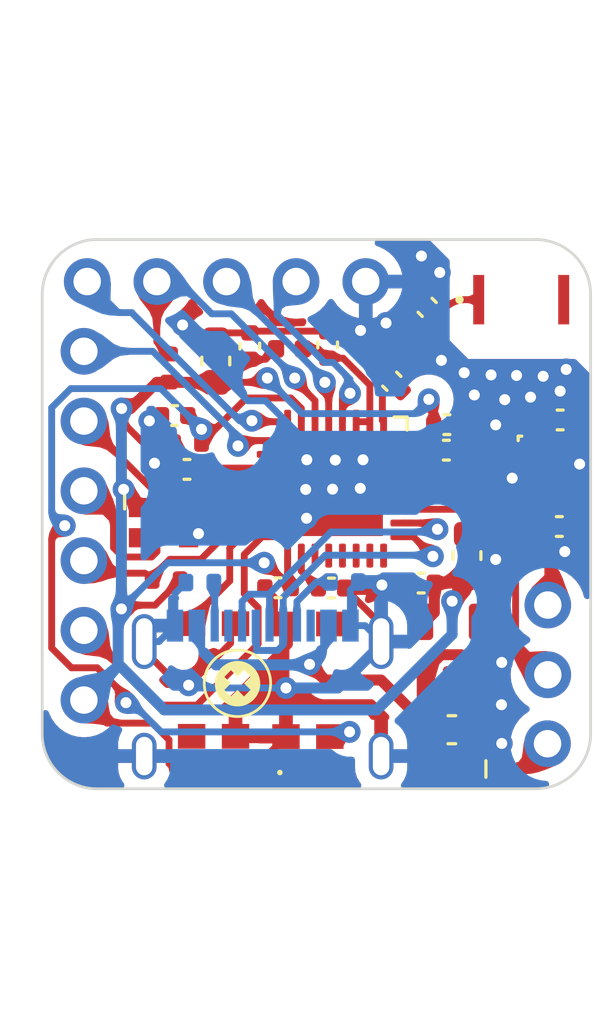
<source format=kicad_pcb>
(kicad_pcb (version 20221018) (generator pcbnew)
  (layers (0 "F.Cu" signal) (31 "B.Cu" signal) (34 "B.Paste" user) (35 "F.Paste" user) (36 "B.SilkS" user "B.Silkscreen") (37 "F.SilkS" user "F.Silkscreen") (38 "B.Mask" user) (39 "F.Mask" user) (44 "Edge.Cuts" user))
  (net 0 "")
  (net 1 "Net-(U1-LNA_IN)")
  (net 2 "XTAL_P")
  (net 3 "GND")
  (net 4 "XTAL_N")
  (net 5 "+3.3V")
  (net 6 "CHIP_EN")
  (net 7 "+5V")
  (net 8 "ANT1")
  (net 9 "Net-(D1-A)")
  (net 11 "IO8")
  (net 12 "RX")
  (net 13 "TX")
  (net 14 "IO0")
  (net 15 "IO1")
  (net 17 "IO19")
  (net 18 "IO18")
  (net 19 "Net-(J1-CC2)")
  (net 21 "Net-(J1-CC1)")
  (net 22 "IO6")
  (net 23 "IO4")
  (net 24 "IO2")
  (net 25 "IO9")
  (net 28 "IO10")
  (net 29 "IO7")
  (net 36 "Net-(C9-Pad2)")
  (net 38 "VDD_SPI")
  (net 39 "IO3")
  (footprint "Resistor_SMD:R_0402_1005Metric" (layer "F.Cu") (at 103.3 77.41 180)
    (fp_text reference "R6" hide)
    (fp_text value "10K" hide)
  )
  (footprint "Capacitor_SMD:C_0402_1005Metric" (layer "F.Cu") (at 110.750589 75.160589 -45)
    (fp_text reference "C6" hide)
    (fp_text value "4.7 pF" hide)
  )
  (footprint "BRC1518:tux" (layer "F.Cu") (at 113.999025 96.718812)
    (fp_text reference "REF**" hide)
    (fp_text value "tux" hide)
  )
  (footprint "Capacitor_SMD:C_0402_1005Metric" (layer "F.Cu") (at 116.86 80.45 180)
    (fp_text reference "C3" hide)
    (fp_text value "10 pF" hide)
  )
  (footprint "Connector_PinHeader_2.54mm:PinHeader_1x01_P2.54mm_Vertical" (layer "F.Cu") (at 116.43 88.36 -90)
    (fp_text reference "J5" hide)
    (fp_text value "Conn_01x01" hide)
  )
  (footprint "Connector_PinHeader_2.54mm:PinHeader_1x06_P2.54mm_Vertical" (layer "F.Cu") (at 99.52 74.07)
    (fp_text reference "J2" hide)
    (fp_text value "Conn_02x04_Top_Bottom" hide)
  )
  (footprint "Diode_SMD:D_SOD-523" (layer "F.Cu") (at 112.9325 89.28 180)
    (fp_text reference "D2" hide)
    (fp_text value "1N4148WT" hide)
  )
  (footprint "Capacitor_SMD:C_0603_1608Metric" (layer "F.Cu") (at 104.33 74.425 -90)
    (fp_text reference "C12" hide)
    (fp_text value "10 uF" hide)
  )
  (footprint "Connector_PinHeader_2.54mm:PinHeader_1x02_P2.54mm_Vertical" (layer "F.Cu") (at 116.44 83.31)
    (fp_text reference "J4" hide)
    (fp_text value "Conn_01x02" hide)
  )
  (footprint "Capacitor_SMD:C_0402_1005Metric" (layer "F.Cu") (at 116.89 76.57)
    (fp_text reference "C1" hide)
    (fp_text value "10 pF" hide)
  )
  (footprint "Button_Switch_SMD:SW_Push_1P1T_NO_CK_KMR2" (layer "F.Cu") (at 104.25 86.04 90)
    (fp_text reference "SW1" hide)
    (fp_text value "Boot" hide)
  )
  (footprint "Capacitor_SMD:C_0402_1005Metric" (layer "F.Cu") (at 112.74 77.67)
    (fp_text reference "C8" hide)
    (fp_text value "10 nF" hide)
  )
  (footprint "Capacitor_SMD:C_0402_1005Metric" (layer "F.Cu") (at 105.57 73.88 -90)
    (fp_text reference "C11" hide)
    (fp_text value "0.1 uF" hide)
  )
  (footprint "Resistor_SMD:R_0402_1005Metric" (layer "F.Cu") (at 103.44 89.39 180)
    (fp_text reference "R4" hide)
    (fp_text value "1K" hide)
  )
  (footprint "Resistor_SMD:R_0402_1005Metric" (layer "F.Cu") (at 102.52 82.4)
    (fp_text reference "R1" hide)
    (fp_text value "10K" hide)
  )
  (footprint "Button_Switch_SMD:SW_Push_1P1T_NO_CK_KMR2" (layer "F.Cu") (at 107.69 86.05 -90)
    (fp_text reference "SW2" hide)
    (fp_text value "Reset" hide)
  )
  (footprint "PulseAntFoot:ANT3216LL00R2400A" (layer "F.Cu") (at 115.47 72.19)
    (fp_text reference "ANT1" hide)
    (fp_text value "ANT3216LL00R2400A" hide)
  )
  (footprint "Capacitor_SMD:C_0402_1005Metric" (layer "F.Cu") (at 103.28 78.37 180)
    (fp_text reference "C4" hide)
    (fp_text value "0.1 uF" hide)
  )
  (footprint "Capacitor_SMD:C_0402_1005Metric" (layer "F.Cu") (at 111.82 82.51 180)
    (fp_text reference "C20" hide)
    (fp_text value "1 uF" hide)
  )
  (footprint "Capacitor_SMD:C_0402_1005Metric" (layer "F.Cu") (at 108.41 73.84 -90)
    (fp_text reference "C9" hide)
    (fp_text value "0.1 uF" hide)
  )
  (footprint "Package_TO_SOT_SMD:SOT-23-5" (layer "F.Cu") (at 112.91 85.06 90)
    (fp_text reference "U3" hide)
    (fp_text value "SPX3819M5-L-3-3" hide)
  )
  (footprint "Capacitor_SMD:C_0402_1005Metric" (layer "F.Cu") (at 106.6 82.68 180)
    (fp_text reference "C5" hide)
    (fp_text value "0.1 uF" hide)
  )
  (footprint "Resistor_SMD:R_0402_1005Metric" (layer "F.Cu") (at 102.63 74.68 -90)
    (fp_text reference "R5" hide)
    (fp_text value "10K" hide)
  )
  (footprint "Capacitor_SMD:C_0603_1608Metric" (layer "F.Cu") (at 113.49 81.51 90)
    (fp_text reference "C19" hide)
    (fp_text value "10 uF" hide)
  )
  (footprint "Capacitor_SMD:C_0402_1005Metric" (layer "F.Cu") (at 112.04 72.47 135)
    (fp_text reference "C7" hide)
    (fp_text value "3.3 pF" hide)
  )
  (footprint "LED_SMD:LED_WS2812B-2020_PLCC4_2.0x2.0mm" (layer "F.Cu") (at 102.425 80.31)
    (fp_text reference "D3" hide)
    (fp_text value "WS2812B" hide)
  )
  (footprint "Capacitor_SMD:C_0603_1608Metric" (layer "F.Cu") (at 112.94 87.85)
    (fp_text reference "C16" hide)
    (fp_text value "10 uF" hide)
  )
  (footprint "LED_SMD:LED_0402_1005Metric" (layer "F.Cu") (at 105.5775 89.41 180)
    (fp_text reference "D1" hide)
    (fp_text value "LED" hide)
  )
  (footprint "Crystal:Crystal_SMD_2016-4Pin_2.0x1.6mm" (layer "F.Cu") (at 116.51 78.51 -90)
    (fp_text reference "Y1" hide)
    (fp_text value "40 Mhz" hide)
  )
  (footprint "BRC1518:Logo" (layer "F.Cu") (at 105.12 86.16 180)
    (fp_text reference "REF**" hide)
    (fp_text value "Logo" hide)
  )
  (footprint "Package_DFN_QFN:QFN-32-1EP_5x5mm_P0.5mm_EP3.45x3.45mm" (layer "F.Cu") (at 108.7 79.0725 -90)
    (fp_text reference "U1" hide)
    (fp_text value "ESP32-C3" hide)
  )
  (footprint "Inductor_SMD:L_0402_1005Metric" (layer "F.Cu") (at 107.015 73.98 180)
    (fp_text reference "L2" hide)
    (fp_text value "2 nH" hide)
  )
  (footprint "Capacitor_SMD:C_0402_1005Metric" (layer "F.Cu") (at 102.83 76.41 180)
    (fp_text reference "C13" hide)
    (fp_text value "1 uF" hide)
  )
  (footprint "Capacitor_SMD:C_0402_1005Metric" (layer "F.Cu") (at 108.55 82.69)
    (fp_text reference "C2" hide)
    (fp_text value "1 uF" hide)
  )
  (footprint "Capacitor_SMD:C_0402_1005Metric" (layer "F.Cu") (at 112.76 76.74)
    (fp_text reference "C10" hide)
    (fp_text value "1 uF" hide)
  )
  (footprint "Inductor_SMD:L_0402_1005Metric" (layer "F.Cu") (at 111.342947 73.787053 45)
    (fp_text reference "L1" hide)
    (fp_text value "2 nH" hide)
  )
  (footprint "Connector_PinHeader_2.54mm:PinHeader_1x05_P2.54mm_Vertical" (layer "F.Cu") (at 99.64 71.53 90)
    (fp_text reference "J3" hide)
    (fp_text value "Conn_02x04_Top_Bottom")
  )
  (footprint "Resistor_SMD:R_0402_1005Metric" (layer "B.Cu") (at 103.75 82.49)
    (fp_text reference "R3" hide)
    (fp_text value "5k1" hide)
  )
  (footprint "Resistor_SMD:R_0402_1005Metric" (layer "B.Cu") (at 109.02 82.47 180)
    (fp_text reference "R2" hide)
    (fp_text value "5k1" hide)
  )
  (footprint "Connector_USB:USB_C_Receptacle_Palconn_UTC16-G" (layer "B.Cu") (at 106.04 86.57 180)
    (fp_text reference "J1" hide)
    (fp_text value "USB_C_Receptacle_USB2.0" hide)
  )
  (gr_arc (start 98 72) (mid 98.585786 70.585786) (end 100 70) (stroke (width 0.1)) (layer "Edge.Cuts"))
  (gr_arc (start 100 90) (mid 98.585786 89.414214) (end 98 88) (stroke (width 0.1)) (layer "Edge.Cuts"))
  (gr_line (start 98 72) (end 98 88) (stroke (width 0.1)) (layer "Edge.Cuts"))
  (gr_line (start 116 70) (end 100 70) (stroke (width 0.1)) (layer "Edge.Cuts"))
  (gr_line (start 100 90) (end 116 90) (stroke (width 0.1)) (layer "Edge.Cuts"))
  (gr_arc (start 118 88) (mid 117.414214 89.414214) (end 116 90) (stroke (width 0.1)) (layer "Edge.Cuts"))
  (gr_line (start 118 72) (end 118 88) (stroke (width 0.1)) (layer "Edge.Cuts"))
  (gr_arc (start 116 70) (mid 117.414214 70.585786) (end 118 72) (stroke (width 0.1)) (layer "Edge.Cuts"))
  (segment (start 110.411178 74.821178) (end 110.411178 74.718822) (width 0.25) (layer "F.Cu") (net 1))
  (segment (start 110.45 76.635) (end 110.405797 76.590797) (width 0.25) (layer "F.Cu") (net 1))
  (segment (start 110.405797 74.826559) (end 110.411178 74.821178) (width 0.25) (layer "F.Cu") (net 1))
  (segment (start 110.405797 76.590797) (end 110.405797 74.826559) (width 0.25) (layer "F.Cu") (net 1))
  (segment (start 110.411178 74.718822) (end 111 74.13) (width 0.25) (layer "F.Cu") (net 1))
  (segment (start 114.518853 78.3225) (end 115.031353 77.81) (width 0.2) (layer "F.Cu") (net 2))
  (segment (start 115.96 77.81) (end 115.96 77.02) (width 0.2) (layer "F.Cu") (net 2))
  (segment (start 115.96 77.02) (end 116.41 76.57) (width 0.2) (layer "F.Cu") (net 2))
  (segment (start 115.031353 77.81) (end 115.96 77.81) (width 0.2) (layer "F.Cu") (net 2))
  (segment (start 111.1375 78.3225) (end 114.518853 78.3225) (width 0.2) (layer "F.Cu") (net 2))
  (segment (start 102.094646 78.145353) (end 102.575353 78.145353) (width 0.25) (layer "F.Cu") (net 3))
  (segment (start 106.89 86.36) (end 106.89 88.1) (width 0.25) (layer "F.Cu") (net 3))
  (segment (start 110.36 84.64) (end 110.36 84.815195) (width 0.25) (layer "F.Cu") (net 3))
  (segment (start 103.34 86.23) (end 102.98 86.23) (width 0.25) (layer "F.Cu") (net 3))
  (segment (start 106.89 84) (end 106.475 83.585) (width 0.25) (layer "F.Cu") (net 3))
  (segment (start 110.36 84.02) (end 109.03 82.69) (width 0.25) (layer "F.Cu") (net 3))
  (segment (start 102.099293 76.41) (end 101.906164 76.603129) (width 0.25) (layer "F.Cu") (net 3))
  (segment (start 113.24 77.65) (end 113.22 77.67) (width 0.25) (layer "F.Cu") (net 3))
  (segment (start 113.49 80.735) (end 113.6255 80.735) (width 0.25) (layer "F.Cu") (net 3))
  (segment (start 117.34 81.082985) (end 117.058784 81.364201) (width 0.25) (layer "F.Cu") (net 3))
  (segment (start 110.46 82.51) (end 110.39 82.58) (width 0.25) (layer "F.Cu") (net 3))
  (segment (start 104.87 88.1) (end 106.89 88.1) (width 0.25) (layer "F.Cu") (net 3))
  (segment (start 105.57 73.4) (end 104.58 73.4) (width 0.25) (layer "F.Cu") (net 3))
  (segment (start 101.72 84.97) (end 101.72 84.64) (width 0.25) (layer "F.Cu") (net 3))
  (segment (start 106.475 83.585) (end 106.475 83.035) (width 0.25) (layer "F.Cu") (net 3))
  (segment (start 112.91 86.1975) (end 112.91 87.045) (width 0.4) (layer "F.Cu") (net 3))
  (segment (start 112.91 87.045) (end 113.715 87.85) (width 0.4) (layer "F.Cu") (net 3))
  (segment (start 111.34 82.51) (end 110.46 82.51) (width 0.25) (layer "F.Cu") (net 3))
  (segment (start 104.58 73.4) (end 104.33 73.65) (width 0.25) (layer "F.Cu") (net 3))
  (segment (start 113.24 76.74) (end 113.24 77.65) (width 0.25) (layer "F.Cu") (net 3))
  (segment (start 103.66 73.65) (end 104.33 73.65) (width 0.25) (layer "F.Cu") (net 3))
  (segment (start 104.87 84) (end 104.87 84.7) (width 0.25) (layer "F.Cu") (net 3))
  (segment (start 106.475 83.035) (end 106.12 82.68) (width 0.25) (layer "F.Cu") (net 3))
  (segment (start 102.35 76.41) (end 102.099293 76.41) (width 0.25) (layer "F.Cu") (net 3))
  (segment (start 117.37 76.57) (end 117.37 76.562391) (width 0.25) (layer "F.Cu") (net 3))
  (segment (start 110.32 82.51) (end 109.21 82.51) (width 0.25) (layer "F.Cu") (net 3))
  (segment (start 108.385 73.335) (end 105.635 73.335) (width 0.25) (layer "F.Cu") (net 3))
  (segment (start 115.662253 79.21) (end 115.141778 78.689525) (width 0.25) (layer "F.Cu") (net 3))
  (segment (start 102.98 86.23) (end 101.72 84.97) (width 0.25) (layer "F.Cu") (net 3))
  (segment (start 113.6255 80.735) (end 114.5405 81.65) (width 0.25) (layer "F.Cu") (net 3))
  (segment (start 110.36 84.64) (end 110.36 84.02) (width 0.25) (layer "F.Cu") (net 3))
  (segment (start 106.0625 88.9275) (end 106.89 88.1) (width 0.25) (layer "F.Cu") (net 3))
  (segment (start 103.12 73.11) (end 103.66 73.65) (width 0.25) (layer "F.Cu") (net 3))
  (segment (start 110.36 88.81) (end 110.36 88.37) (width 0.25) (layer "F.Cu") (net 3))
  (segment (start 110.39 82.58) (end 110.32 82.51) (width 0.25) (layer "F.Cu") (net 3))
  (segment (start 117.06 77.81) (end 117.232925 77.81) (width 0.25) (layer "F.Cu") (net 3))
  (segment (start 115.96 79.21) (end 115.662253 79.21) (width 0.25) (layer "F.Cu") (net 3))
  (segment (start 106.0625 89.41) (end 106.0625 88.9275) (width 0.25) (layer "F.Cu") (net 3))
  (segment (start 104.87 84.7) (end 103.34 86.23) (width 0.25) (layer "F.Cu") (net 3))
  (segment (start 106.89 84) (end 106.89 86.36) (width 0.25) (layer "F.Cu") (net 3))
  (segment (start 108.41 73.36) (end 108.385 73.335) (width 0.25) (layer "F.Cu") (net 3))
  (segment (start 117.34 80.45) (end 117.34 81.082985) (width 0.25) (layer "F.Cu") (net 3))
  (segment (start 103.549006 80.86) (end 103.699582 80.709424) (width 0.25) (layer "F.Cu") (net 3))
  (segment (start 102.575353 78.145353) (end 102.8 78.37) (width 0.25) (layer "F.Cu") (net 3))
  (segment (start 105.635 73.335) (end 105.57 73.4) (width 0.25) (layer "F.Cu") (net 3))
  (segment (start 117.37 76.57) (end 117.37 77.5) (width 0.25) (layer "F.Cu") (net 3))
  (segment (start 109.21 82.51) (end 109.03 82.69) (width 0.25) (layer "F.Cu") (net 3))
  (segment (start 117.232925 77.81) (end 117.6 78.177075) (width 0.25) (layer "F.Cu") (net 3))
  (segment (start 106.89 86.36) (end 106.89 86.3305) (width 0.25) (layer "F.Cu") (net 3))
  (segment (start 103.34 80.86) (end 103.549006 80.86) (width 0.25) (layer "F.Cu") (net 3))
  (segment (start 117.37 77.5) (end 117.06 77.81) (width 0.25) (layer "F.Cu") (net 3))
  (via (at 108.59 79.09) (size 0.8) (drill 0.4) (layers "F.Cu" "B.Cu") (net 3))
  (via (at 103.699582 80.709424) (size 0.8) (drill 0.4) (layers "F.Cu" "B.Cu") (net 3))
  (via (at 110.54 73.04) (size 0.8) (drill 0.4) (layers "F.Cu" "B.Cu") (net 3))
  (via (at 115.141778 78.689525) (size 0.8) (drill 0.4) (layers "F.Cu" "B.Cu") (net 3))
  (via (at 114.87 75.83) (size 0.8) (drill 0.4) (layers "F.Cu" "B.Cu") (net 3))
  (via (at 115.81 75.74) (size 0.8) (drill 0.4) (layers "F.Cu" "B.Cu") (net 3))
  (via (at 115.3 74.95) (size 0.8) (drill 0.4) (layers "F.Cu" "B.Cu") (net 3))
  (via (at 108.69 78.03) (size 0.8) (drill 0.4) (layers "F.Cu" "B.Cu") (net 3))
  (via (at 114.76 85.4) (size 0.8) (drill 0.4) (layers "F.Cu" "B.Cu") (net 3))
  (via (at 106.89 86.3305) (size 0.8) (drill 0.4) (layers "F.Cu" "B.Cu") (net 3))
  (via (at 117.058784 81.364201) (size 0.8) (drill 0.4) (layers "F.Cu" "B.Cu") (net 3))
  (via (at 107.61 79.1) (size 0.8) (drill 0.4) (layers "F.Cu" "B.Cu") (net 3))
  (via (at 103.12 73.11) (size 0.8) (drill 0.4) (layers "F.Cu" "B.Cu") (net 3))
  (via (at 113.39 74.85) (size 0.8) (drill 0.4) (layers "F.Cu" "B.Cu") (net 3))
  (via (at 101.906164 76.603129) (size 0.8) (drill 0.4) (layers "F.Cu" "B.Cu") (net 3))
  (via (at 114.75 86.94) (size 0.8) (drill 0.4) (layers "F.Cu" "B.Cu") (net 3))
  (via (at 113.76 75.66) (size 0.8) (drill 0.4) (layers "F.Cu" "B.Cu") (net 3))
  (via (at 114.37 74.93) (size 0.8) (drill 0.4) (layers "F.Cu" "B.Cu") (net 3))
  (via (at 114.54 76.75) (size 0.8) (drill 0.4) (layers "F.Cu" "B.Cu") (net 3))
  (via (at 102.094646 78.145353) (size 0.8) (drill 0.4) (layers "F.Cu" "B.Cu") (net 3))
  (via (at 112.5 71.2) (size 0.8) (drill 0.4) (layers "F.Cu" "B.Cu") (net 3))
  (via (at 107.64 80.15) (size 0.8) (drill 0.4) (layers "F.Cu" "B.Cu") (net 3))
  (via (at 114.5405 81.65) (size 0.8) (drill 0.4) (layers "F.Cu" "B.Cu") (net 3))
  (via (at 117.11 74.73) (size 0.8) (drill 0.4) (layers "F.Cu" "B.Cu") (net 3))
  (via (at 109.6 79.06) (size 0.8) (drill 0.4) (layers "F.Cu" "B.Cu") (net 3))
  (via (at 112.56 74.4) (size 0.8) (drill 0.4) (layers "F.Cu" "B.Cu") (net 3))
  (via (at 111.83 70.6) (size 0.8) (drill 0.4) (layers "F.Cu" "B.Cu") (net 3))
  (via (at 114.76 88.35) (size 0.8) (drill 0.4) (layers "F.Cu" "B.Cu") (net 3))
  (via (at 103.34 86.23) (size 0.8) (drill 0.4) (layers "F.Cu" "B.Cu") (net 3))
  (via (at 116.27 74.98) (size 0.8) (drill 0.4) (layers "F.Cu" "B.Cu") (net 3))
  (via (at 107.65 78.02) (size 0.8) (drill 0.4) (layers "F.Cu" "B.Cu") (net 3))
  (via (at 109.7 78.02) (size 0.8) (drill 0.4) (layers "F.Cu" "B.Cu") (net 3))
  (via (at 109.61 73.31) (size 0.8) (drill 0.4) (layers "F.Cu" "B.Cu") (net 3))
  (via (at 117.6 78.177075) (size 0.8) (drill 0.4) (layers "F.Cu" "B.Cu") (net 3))
  (via (at 116.89 75.52) (size 0.8) (drill 0.4) (layers "F.Cu" "B.Cu") (net 3))
  (via (at 110.39 82.58) (size 0.8) (drill 0.4) (layers "F.Cu" "B.Cu") (net 3))
  (segment (start 115.141778 79.447195) (end 115.141778 78.689525) (width 0.25) (layer "B.Cu") (net 3))
  (segment (start 102.26 84.64) (end 102.84 84.06) (width 0.25) (layer "B.Cu") (net 3))
  (segment (start 106.143 75.873) (end 107.65 77.38) (width 0.25) (layer "B.Cu") (net 3))
  (segment (start 102.094646 78.145353) (end 101.906164 77.956871) (width 0.25) (layer "B.Cu") (net 3))
  (segment (start 103.12 73.494598) (end 105.498402 75.873) (width 0.25) (layer "B.Cu") (net 3))
  (segment (start 103.12 73.11) (end 103.12 73.494598) (width 0.25) (layer "B.Cu") (net 3))
  (segment (start 109.24 84.06) (end 109.78 84.06) (width 0.25) (layer "B.Cu") (net 3))
  (segment (start 105.498402 75.873) (end 106.143 75.873) (width 0.25) (layer "B.Cu") (net 3))
  (segment (start 115.654228 78.177075) (end 115.141778 78.689525) (width 0.25) (layer "B.Cu") (net 3))
  (segment (start 101.906164 77.956871) (end 101.906164 76.603129) (width 0.25) (layer "B.Cu") (net 3))
  (segment (start 109.24 84.06) (end 109.24 82.76) (width 0.25) (layer "B.Cu") (net 3))
  (segment (start 107.65 77.38) (end 107.65 78.02) (width 0.25) (layer "B.Cu") (net 3))
  (segment (start 102.094646 78.145353) (end 103.699582 79.750289) (width 0.25) (layer "B.Cu") (net 3))
  (segment (start 117.058784 81.364201) (end 115.141778 79.447195) (width 0.25) (layer "B.Cu") (net 3))
  (segment (start 117.6 78.177075) (end 115.654228 78.177075) (width 0.25) (layer "B.Cu") (net 3))
  (segment (start 109.24 82.76) (end 109.53 82.47) (width 0.25) (layer "B.Cu") (net 3))
  (segment (start 102.84 82.89) (end 103.24 82.49) (width 0.25) (layer "B.Cu") (net 3))
  (segment (start 103.699582 79.750289) (end 103.699582 80.709424) (width 0.25) (layer "B.Cu") (net 3))
  (segment (start 110.36 84.75066) (end 110.36 84.64) (width 0.4) (layer "B.Cu") (net 3))
  (segment (start 106.89 86.3305) (end 103.4405 86.3305) (width 0.25) (layer "B.Cu") (net 3))
  (segment (start 109.78 84.06) (end 110.36 84.64) (width 0.25) (layer "B.Cu") (net 3))
  (segment (start 108.78016 86.3305) (end 110.36 84.75066) (width 0.4) (layer "B.Cu") (net 3))
  (segment (start 102.84 84.06) (end 102.84 82.89) (width 0.25) (layer "B.Cu") (net 3))
  (segment (start 106.89 86.3305) (end 108.78016 86.3305) (width 0.4) (layer "B.Cu") (net 3))
  (segment (start 103.4405 86.3305) (end 103.34 86.23) (width 0.25) (layer "B.Cu") (net 3))
  (segment (start 101.72 84.64) (end 102.26 84.64) (width 0.25) (layer "B.Cu") (net 3))
  (segment (start 114.1225 78.8225) (end 111.1375 78.8225) (width 0.2) (layer "F.Cu") (net 4))
  (segment (start 115.75 80.45) (end 114.1225 78.8225) (width 0.2) (layer "F.Cu") (net 4))
  (segment (start 116.38 80.45) (end 115.75 80.45) (width 0.2) (layer "F.Cu") (net 4))
  (segment (start 116.38 80.45) (end 117.06 79.77) (width 0.2) (layer "F.Cu") (net 4))
  (segment (start 117.06 79.77) (end 117.06 79.21) (width 0.2) (layer "F.Cu") (net 4))
  (segment (start 102.807609 77.41) (end 102.79 77.41) (width 0.25) (layer "F.Cu") (net 5))
  (segment (start 105.57 74.36) (end 106.15 74.36) (width 0.25) (layer "F.Cu") (net 5))
  (segment (start 102.625 88.218984) (end 102.016016 87.61) (width 0.25) (layer "F.Cu") (net 5))
  (segment (start 103.76 78.362391) (end 102.807609 77.41) (width 0.25) (layer "F.Cu") (net 5))
  (segment (start 107.08 82.672391) (end 106.178109 81.7705) (width 0.25) (layer "F.Cu") (net 5))
  (segment (start 101.023434 83.315) (end 102.115 83.315) (width 0.25) (layer "F.Cu") (net 5))
  (segment (start 101.224866 76.153763) (end 102.178629 75.2) (width 0.4) (layer "F.Cu") (net 5))
  (segment (start 112.28 76) (end 112.1 75.82) (width 0.25) (layer "F.Cu") (net 5))
  (segment (start 104.33 75.2) (end 104.31 75.2) (width 0.25) (layer "F.Cu") (net 5))
  (segment (start 106.210679 75.045279) (end 106.055958 75.2) (width 0.25) (layer "F.Cu") (net 5))
  (segment (start 113.49 82.285) (end 113.265 82.51) (width 0.4) (layer "F.Cu") (net 5))
  (segment (start 107.08 82.68) (end 107.08 82.672391) (width 0.25) (layer "F.Cu") (net 5))
  (segment (start 100.895827 76.618097) (end 100.895827 76.153763) (width 0.25) (layer "F.Cu") (net 5))
  (segment (start 106.15 74.36) (end 106.53 73.98) (width 0.25) (layer "F.Cu") (net 5))
  (segment (start 106.178109 81.7705) (end 106.094098 81.7705) (width 0.25) (layer "F.Cu") (net 5))
  (segment (start 111.9125 77.3225) (end 112.26 77.67) (width 0.25) (layer "F.Cu") (net 5))
  (segment (start 113.265 82.51) (end 112.3 82.51) (width 0.4) (layer "F.Cu") (net 5))
  (segment (start 101.68773 77.41) (end 100.895827 76.618097) (width 0.25) (layer "F.Cu") (net 5))
  (segment (start 101.51 79.638503) (end 101.51 79.76) (width 0.25) (layer "F.Cu") (net 5))
  (segment (start 100.887527 83.450907) (end 101.023434 83.315) (width 0.25) (layer "F.Cu") (net 5))
  (segment (start 112.1075 77.8225) (end 112.26 77.67) (width 0.25) (layer "F.Cu") (net 5))
  (segment (start 102.625 89.085) (end 102.625 88.218984) (width 0.25) (layer "F.Cu") (net 5))
  (segment (start 100.36 87.61) (end 99.52 86.77) (width 0.25) (layer "F.Cu") (net 5))
  (segment (start 102.178629 75.2) (end 104.33 75.2) (width 0.4) (layer "F.Cu") (net 5))
  (segment (start 103.76 78.37) (end 103.76 78.362391) (width 0.25) (layer "F.Cu") (net 5))
  (segment (start 102.93 89.39) (end 102.625 89.085) (width 0.25) (layer "F.Cu") (net 5))
  (segment (start 106.055958 75.2) (end 104.33 75.2) (width 0.25) (layer "F.Cu") (net 5))
  (segment (start 102.79 77.41) (end 101.68773 77.41) (width 0.25) (layer "F.Cu") (net 5))
  (segment (start 100.895827 76.153763) (end 101.224866 76.153763) (width 0.4) (layer "F.Cu") (net 5))
  (segment (start 112.26 77.67) (end 112.26 76.76) (width 0.25) (layer "F.Cu") (net 5))
  (segment (start 113.49 82.63) (end 112.95 83.17) (width 0.4) (layer "F.Cu") (net 5))
  (segment (start 104.33 75.2) (end 104.73 75.2) (width 0.25) (layer "F.Cu") (net 5))
  (segment (start 112.26 76.76) (end 112.28 76.74) (width 0.25) (layer "F.Cu") (net 5))
  (segment (start 112.28 76.74) (end 112.28 76) (width 0.25) (layer "F.Cu") (net 5))
  (segment (start 113.49 82.285) (end 113.49 82.63) (width 0.4) (layer "F.Cu") (net 5))
  (segment (start 102.115 83.315) (end 103.03 82.4) (width 0.25) (layer "F.Cu") (net 5))
  (segment (start 111.96 83.9225) (end 112.3 83.5825) (width 0.4) (layer "F.Cu") (net 5))
  (segment (start 111.1375 77.3225) (end 111.9125 77.3225) (width 0.25) (layer "F.Cu") (net 5))
  (segment (start 106.95 82.67) (end 106.96 82.68) (width 0.25) (layer "F.Cu") (net 5))
  (segment (start 102.016016 87.61) (end 100.36 87.61) (width 0.25) (layer "F.Cu") (net 5))
  (segment (start 104.73 75.2) (end 105.57 74.36) (width 0.25) (layer "F.Cu") (net 5))
  (segment (start 100.968535 79.097038) (end 101.51 79.638503) (width 0.25) (layer "F.Cu") (net 5))
  (segment (start 111.1375 77.8225) (end 112.1075 77.8225) (width 0.25) (layer "F.Cu") (net 5))
  (segment (start 106.95 81.51) (end 106.95 82.67) (width 0.25) (layer "F.Cu") (net 5))
  (segment (start 112.3 83.5825) (end 112.3 82.51) (width 0.4) (layer "F.Cu") (net 5))
  (segment (start 106.2625 78.3225) (end 104.0475 78.3225) (width 0.25) (layer "F.Cu") (net 5))
  (via (at 100.887527 83.450907) (size 0.8) (drill 0.4) (layers "F.Cu" "B.Cu") (net 5))
  (via (at 112.95 83.17) (size 0.8) (drill 0.4) (layers "F.Cu" "B.Cu") (net 5))
  (via (at 100.895827 76.153763) (size 0.8) (drill 0.4) (layers "F.Cu" "B.Cu") (net 5))
  (via (at 100.968535 79.097038) (size 0.8) (drill 0.4) (layers "F.Cu" "B.Cu") (net 5))
  (via (at 112.1 75.82) (size 0.8) (drill 0.4) (layers "F.Cu" "B.Cu") (net 5))
  (via (at 106.210679 75.045279) (size 0.8) (drill 0.4) (layers "F.Cu" "B.Cu") (net 5))
  (via (at 106.094098 81.7705) (size 0.8) (drill 0.4) (layers "F.Cu" "B.Cu") (net 5))
  (segment (start 102.567934 81.7705) (end 100.887527 83.450907) (width 0.25) (layer "B.Cu") (net 5))
  (segment (start 106.210679 75.045279) (end 106.210679 75.070582) (width 0.25) (layer "B.Cu") (net 5))
  (segment (start 102.45 87.13) (end 100.77 85.45) (width 0.4) (layer "B.Cu") (net 5))
  (segment (start 106.210679 75.070582) (end 107.480097 76.34) (width 0.25) (layer "B.Cu") (net 5))
  (segment (start 100.77 85.52) (end 99.52 86.77) (width 0.4) (layer "B.Cu") (net 5))
  (segment (start 100.77 85.45) (end 100.77 83.568434) (width 0.4) (layer "B.Cu") (net 5))
  (segment (start 110.201871 87.13) (end 102.45 87.13) (width 0.4) (layer "B.Cu") (net 5))
  (segment (start 106.094098 81.7705) (end 102.567934 81.7705) (width 0.25) (layer "B.Cu") (net 5))
  (segment (start 100.887527 76.162063) (end 100.887527 83.450907) (width 0.4) (layer "B.Cu") (net 5))
  (segment (start 111.58 76.34) (end 112.1 75.82) (width 0.25) (layer "B.Cu") (net 5))
  (segment (start 112.95 84.381871) (end 110.201871 87.13) (width 0.4) (layer "B.Cu") (net 5))
  (segment (start 112.95 83.17) (end 112.95 84.381871) (width 0.4) (layer "B.Cu") (net 5))
  (segment (start 107.480097 76.34) (end 111.58 76.34) (width 0.25) (layer "B.Cu") (net 5))
  (segment (start 100.77 85.45) (end 100.77 85.52) (width 0.4) (layer "B.Cu") (net 5))
  (segment (start 100.77 83.568434) (end 100.887527 83.450907) (width 0.4) (layer "B.Cu") (net 5))
  (segment (start 100.895827 76.153763) (end 100.887527 76.162063) (width 0.4) (layer "B.Cu") (net 5))
  (segment (start 103.81 77.41) (end 103.81 76.91) (width 0.25) (layer "F.Cu") (net 6))
  (segment (start 105.450221 75.769779) (end 104.455 76.765) (width 0.25) (layer "F.Cu") (net 6))
  (segment (start 103.31 76.41) (end 103.81 76.91) (width 0.25) (layer "F.Cu") (net 6))
  (segment (start 104.455 76.765) (end 104.165 77.055) (width 0.25) (layer "F.Cu") (net 6))
  (segment (start 107.45 76.149492) (end 107.070287 75.769779) (width 0.25) (layer "F.Cu") (net 6))
  (segment (start 107.070287 75.769779) (end 105.450221 75.769779) (width 0.25) (layer "F.Cu") (net 6))
  (segment (start 101.054668 86.865332) (end 101.054668 86.642967) (width 0.25) (layer "F.Cu") (net 6))
  (segment (start 98.345 84.875) (end 98.345 80.89632) (width 0.25) (layer "F.Cu") (net 6))
  (segment (start 100.006701 85.595) (end 99.065 85.595) (width 0.25) (layer "F.Cu") (net 6))
  (segment (start 99.065 85.595) (end 98.345 84.875) (width 0.25) (layer "F.Cu") (net 6))
  (segment (start 108.49 84) (end 108.255 84.235) (width 0.25) (layer "F.Cu") (net 6))
  (segment (start 104.455 76.765) (end 103.81 77.41) (width 0.25) (layer "F.Cu") (net 6))
  (segment (start 98.345 80.89632) (end 98.821319 80.420001) (width 0.25) (layer "F.Cu") (net 6))
  (segment (start 107.45 76.635) (end 107.45 76.149492) (width 0.25) (layer "F.Cu") (net 6))
  (segment (start 109.21 87.9295) (end 109.0395 88.1) (width 0.25) (layer "F.Cu") (net 6))
  (segment (start 101.054668 86.642967) (end 100.006701 85.595) (width 0.25) (layer "F.Cu") (net 6))
  (segment (start 108.255 87.865) (end 108.49 88.1) (width 0.25) (layer "F.Cu") (net 6))
  (segment (start 109.0395 88.1) (end 108.49 88.1) (width 0.25) (layer "F.Cu") (net 6))
  (segment (start 103.81 77.41) (end 103.760538 77.41) (width 0.25) (layer "F.Cu") (net 6))
  (via (at 98.821319 80.420001) (size 0.8) (drill 0.4) (layers "F.Cu" "B.Cu") (net 6))
  (via (at 109.21 87.9295) (size 0.8) (drill 0.4) (layers "F.Cu" "B.Cu") (net 6))
  (via (at 101.054668 86.865332) (size 0.8) (drill 0.4) (layers "F.Cu" "B.Cu") (net 6))
  (via (at 103.81 76.91) (size 0.8) (drill 0.4) (layers "F.Cu" "B.Cu") (net 6))
  (segment (start 109.21 87.9295) (end 109.2095 87.93) (width 0.25) (layer "B.Cu") (net 6))
  (segment (start 98.345 76.123299) (end 98.345 79.943682) (width 0.25) (layer "B.Cu") (net 6))
  (segment (start 103.81 76.91) (end 102.328763 75.428763) (width 0.25) (layer "B.Cu") (net 6))
  (segment (start 99.039536 75.428763) (end 98.345 76.123299) (width 0.25) (layer "B.Cu") (net 6))
  (segment (start 109.2095 87.93) (end 102.336016 87.93) (width 0.25) (layer "B.Cu") (net 6))
  (segment (start 101.271348 86.865332) (end 101.054668 86.865332) (width 0.25) (layer "B.Cu") (net 6))
  (segment (start 98.345 79.943682) (end 98.821319 80.420001) (width 0.25) (layer "B.Cu") (net 6))
  (segment (start 102.328763 75.428763) (end 99.039536 75.428763) (width 0.25) (layer "B.Cu") (net 6))
  (segment (start 102.336016 87.93) (end 101.271348 86.865332) (width 0.25) (layer "B.Cu") (net 6))
  (segment (start 113.86 85.707183) (end 113.86 86.1975) (width 0.4) (layer "F.Cu") (net 7))
  (segment (start 115.51 89.28) (end 116.43 88.36) (width 0.4) (layer "F.Cu") (net 7))
  (segment (start 111.96 86.1975) (end 111.96 85.707183) (width 0.4) (layer "F.Cu") (net 7))
  (segment (start 113.6325 89.28) (end 115.51 89.28) (width 0.4) (layer "F.Cu") (net 7))
  (segment (start 112.165 86.4025) (end 111.96 86.1975) (width 0.4) (layer "F.Cu") (net 7))
  (segment (start 112.165 87.85) (end 112.165 89.2125) (width 0.4) (layer "F.Cu") (net 7))
  (segment (start 112.165 89.2125) (end 112.2325 89.28) (width 0.4) (layer "F.Cu") (net 7))
  (segment (start 110.355 86.04) (end 112.165 87.85) (width 0.4) (layer "F.Cu") (net 7))
  (segment (start 113.272817 85.12) (end 113.86 85.707183) (width 0.4) (layer "F.Cu") (net 7))
  (segment (start 112.165 87.85) (end 112.165 86.4025) (width 0.4) (layer "F.Cu") (net 7))
  (segment (start 107.75 85.47) (end 108.32 86.04) (width 0.4) (layer "F.Cu") (net 7))
  (segment (start 111.877 86.2805) (end 111.96 86.1975) (width 0.4) (layer "F.Cu") (net 7))
  (segment (start 111.96 85.707183) (end 112.547183 85.12) (width 0.4) (layer "F.Cu") (net 7))
  (segment (start 108.32 86.04) (end 110.355 86.04) (width 0.4) (layer "F.Cu") (net 7))
  (segment (start 112.547183 85.12) (end 113.272817 85.12) (width 0.4) (layer "F.Cu") (net 7))
  (via (at 107.75 85.47) (size 0.8) (drill 0.4) (layers "F.Cu" "B.Cu") (net 7))
  (segment (start 108.265 84.965) (end 107.815 85.415) (width 0.25) (layer "B.Cu") (net 7))
  (segment (start 107.6145 85.415) (end 107.695 85.415) (width 0.4) (layer "B.Cu") (net 7))
  (segment (start 107.695 85.415) (end 107.75 85.47) (width 0.4) (layer "B.Cu") (net 7))
  (segment (start 103.815 84.235) (end 103.64 84.06) (width 0.25) (layer "B.Cu") (net 7))
  (segment (start 104.265 85.415) (end 107.680406 85.415) (width 0.25) (layer "B.Cu") (net 7))
  (segment (start 107.5395 85.49) (end 104.34 85.49) (width 0.4) (layer "B.Cu") (net 7))
  (segment (start 108.265 84.235) (end 108.265 84.965) (width 0.25) (layer "B.Cu") (net 7))
  (segment (start 107.6145 85.415) (end 107.680406 85.415) (width 0.25) (layer "B.Cu") (net 7))
  (segment (start 107.815 85.415) (end 108.18 85.05) (width 0.4) (layer "B.Cu") (net 7))
  (segment (start 104.265 85.415) (end 103.815 84.965) (width 0.25) (layer "B.Cu") (net 7))
  (segment (start 107.680406 85.415) (end 108.44 84.655406) (width 0.25) (layer "B.Cu") (net 7))
  (segment (start 108.44 84.06) (end 108.44 84.620051) (width 0.3) (layer "B.Cu") (net 7))
  (segment (start 107.6145 85.415) (end 107.5395 85.49) (width 0.4) (layer "B.Cu") (net 7))
  (segment (start 108.18 85.05) (end 108.18 84.965) (width 0.4) (layer "B.Cu") (net 7))
  (segment (start 103.815 84.965) (end 103.815 84.235) (width 0.25) (layer "B.Cu") (net 7))
  (segment (start 107.75 85.47) (end 107.805 85.415) (width 0.4) (layer "B.Cu") (net 7))
  (segment (start 104.34 85.49) (end 103.9 85.05) (width 0.4) (layer "B.Cu") (net 7))
  (segment (start 108.44 84.655406) (end 108.44 84.06) (width 0.25) (layer "B.Cu") (net 7))
  (segment (start 108.44 84.06) (end 108.265 84.235) (width 0.25) (layer "B.Cu") (net 7))
  (segment (start 107.805 85.415) (end 107.815 85.415) (width 0.4) (layer "B.Cu") (net 7))
  (segment (start 107.815 85.415) (end 104.265 85.415) (width 0.25) (layer "B.Cu") (net 7))
  (segment (start 112.689116 72.499705) (end 112.069705 73.119116) (width 0.25) (layer "F.Cu") (net 8))
  (segment (start 111.715305 73.444106) (end 111.685894 73.444106) (width 0.25) (layer "F.Cu") (net 8))
  (segment (start 111.765512 73.423309) (end 112.069705 73.119116) (width 0.25) (layer "F.Cu") (net 8))
  (segment (start 113.436811 72.19) (end 113.92 72.19) (width 0.25) (layer "F.Cu") (net 8))
  (arc (start 113.436811 72.19) (mid 113.032161 72.270489) (end 112.689116 72.499705) (width 0.25) (layer "F.Cu") (net 8))
  (arc (start 111.765512 73.423309) (mid 111.742477 73.438701) (end 111.715305 73.444106) (width 0.25) (layer "F.Cu") (net 8))
  (segment (start 105.0725 89.39) (end 105.0925 89.41) (width 0.25) (layer "F.Cu") (net 9))
  (segment (start 103.95 89.39) (end 105.0725 89.39) (width 0.25) (layer "F.Cu") (net 9))
  (segment (start 103.788604 81.645) (end 102.655 81.645) (width 0.25) (layer "F.Cu") (net 11))
  (segment (start 102.655 81.645) (end 101.99 82.31) (width 0.25) (layer "F.Cu") (net 11))
  (segment (start 106.2625 79.8225) (end 105.611104 79.8225) (width 0.25) (layer "F.Cu") (net 11))
  (segment (start 105.611104 79.8225) (end 103.788604 81.645) (width 0.25) (layer "F.Cu") (net 11))
  (segment (start 101.75 82.15) (end 99.98 82.15) (width 0.25) (layer "F.Cu") (net 11))
  (segment (start 99.98 82.15) (end 99.52 81.69) (width 0.25) (layer "F.Cu") (net 11))
  (segment (start 115.265 84.675) (end 116.44 85.85) (width 0.25) (layer "F.Cu") (net 12))
  (segment (start 111.1375 79.8225) (end 113.830317 79.8225) (width 0.25) (layer "F.Cu") (net 12))
  (segment (start 115.265 81.257183) (end 115.265 84.675) (width 0.25) (layer "F.Cu") (net 12))
  (segment (start 113.830317 79.8225) (end 115.265 81.257183) (width 0.25) (layer "F.Cu") (net 12))
  (segment (start 116.44 81.74104) (end 116.44 83.31) (width 0.25) (layer "F.Cu") (net 13))
  (segment (start 114.02146 79.3225) (end 116.44 81.74104) (width 0.25) (layer "F.Cu") (net 13))
  (segment (start 111.1375 79.3225) (end 114.02146 79.3225) (width 0.25) (layer "F.Cu") (net 13))
  (segment (start 108.95 75.8735) (end 109.2255 75.598) (width 0.25) (layer "F.Cu") (net 14))
  (segment (start 108.95 76.635) (end 108.95 75.8735) (width 0.25) (layer "F.Cu") (net 14))
  (via (at 109.2255 75.598) (size 0.8) (drill 0.4) (layers "F.Cu" "B.Cu") (net 14))
  (segment (start 106.57 72.743604) (end 106.57 72.22) (width 0.25) (layer "B.Cu") (net 14))
  (segment (start 108.300896 74.4745) (end 106.57 72.743604) (width 0.25) (layer "B.Cu") (net 14))
  (segment (start 109.2255 75.090819) (end 108.609181 74.4745) (width 0.25) (layer "B.Cu") (net 14))
  (segment (start 106.57 72.22) (end 107.26 71.53) (width 0.25) (layer "B.Cu") (net 14))
  (segment (start 108.609181 74.4745) (end 108.300896 74.4745) (width 0.25) (layer "B.Cu") (net 14))
  (segment (start 109.2255 75.598) (end 109.2255 75.090819) (width 0.25) (layer "B.Cu") (net 14))
  (segment (start 108.45 75.340624) (end 108.308876 75.1995) (width 0.25) (layer "F.Cu") (net 15))
  (segment (start 108.45 76.635) (end 108.45 75.340624) (width 0.25) (layer "F.Cu") (net 15))
  (via (at 108.308876 75.1995) (size 0.8) (drill 0.4) (layers "F.Cu" "B.Cu") (net 15))
  (segment (start 108.308876 75.1995) (end 108.308876 75.118876) (width 0.25) (layer "B.Cu") (net 15))
  (segment (start 108.308876 75.118876) (end 104.72 71.53) (width 0.25) (layer "B.Cu") (net 15))
  (segment (start 112.188 80.3225) (end 112.4155 80.55) (width 0.25) (layer "F.Cu") (net 17))
  (segment (start 111.1375 80.3225) (end 112.188 80.3225) (width 0.25) (layer "F.Cu") (net 17))
  (via (at 112.4155 80.55) (size 0.8) (drill 0.4) (layers "F.Cu" "B.Cu") (net 17))
  (segment (start 106.268604 82.915) (end 106.786802 82.396802) (width 0.25) (layer "B.Cu") (net 17))
  (segment (start 106.29 83.1) (end 106.29 84.06) (width 0.25) (layer "B.Cu") (net 17))
  (segment (start 106.29 82.893604) (end 106.786802 82.396802) (width 0.25) (layer "B.Cu") (net 17))
  (segment (start 112.4155 80.55) (end 112.3155 80.65) (width 0.25) (layer "B.Cu") (net 17))
  (segment (start 105.555 82.915) (end 106.268604 82.915) (width 0.25) (layer "B.Cu") (net 17))
  (segment (start 112.3155 80.65) (end 111.57 80.65) (width 0.25) (layer "B.Cu") (net 17))
  (segment (start 106.786802 82.396802) (end 108.525 80.658604) (width 0.25) (layer "B.Cu") (net 17))
  (segment (start 106.29 83.1) (end 106.29 82.893604) (width 0.25) (layer "B.Cu") (net 17))
  (segment (start 105.29 83.18) (end 105.29 84.06) (width 0.25) (layer "B.Cu") (net 17))
  (segment (start 108.525 80.658604) (end 108.525 80.65) (width 0.25) (layer "B.Cu") (net 17))
  (segment (start 108.525 80.65) (end 111.57 80.65) (width 0.25) (layer "B.Cu") (net 17))
  (segment (start 111.57 80.65) (end 112.1655 80.65) (width 0.25) (layer "B.Cu") (net 17))
  (segment (start 105.555 82.915) (end 105.29 83.18) (width 0.25) (layer "B.Cu") (net 17))
  (segment (start 111.1375 80.8225) (end 111.536016 80.8225) (width 0.25) (layer "F.Cu") (net 18))
  (segment (start 111.536016 80.8225) (end 112.249063 81.535547) (width 0.25) (layer "F.Cu") (net 18))
  (via (at 112.249063 81.535547) (size 0.8) (drill 0.4) (layers "F.Cu" "B.Cu") (net 18))
  (segment (start 106.79 83.03) (end 106.79 84.06) (width 0.25) (layer "B.Cu") (net 18))
  (segment (start 105.815 84.965) (end 106.585 84.965) (width 0.25) (layer "B.Cu") (net 18))
  (segment (start 105.815 84.085) (end 105.815 84.965) (width 0.25) (layer "B.Cu") (net 18))
  (segment (start 106.79 84.76) (end 106.79 84.06) (width 0.25) (layer "B.Cu") (net 18))
  (segment (start 105.79 84.06) (end 105.815 84.085) (width 0.25) (layer "B.Cu") (net 18))
  (segment (start 106.285 84.965) (end 106.16 84.965) (width 0.25) (layer "B.Cu") (net 18))
  (segment (start 108.324264 81.495736) (end 112.209252 81.495736) (width 0.25) (layer "B.Cu") (net 18))
  (segment (start 112.209252 81.495736) (end 112.249063 81.535547) (width 0.25) (layer "B.Cu") (net 18))
  (segment (start 106.585 84.965) (end 106.48 84.965) (width 0.25) (layer "B.Cu") (net 18))
  (segment (start 106.585 84.965) (end 106.79 84.76) (width 0.25) (layer "B.Cu") (net 18))
  (segment (start 108.324264 81.495736) (end 106.79 83.03) (width 0.25) (layer "B.Cu") (net 18))
  (segment (start 106.48 84.965) (end 106.285 84.965) (width 0.25) (layer "B.Cu") (net 18))
  (segment (start 104.29 82.57) (end 104.29 84.06) (width 0.25) (layer "B.Cu") (net 19))
  (segment (start 104.38 82.48) (end 104.29 82.57) (width 0.25) (layer "B.Cu") (net 19))
  (segment (start 107.29 83.18) (end 107.29 84.06) (width 0.25) (layer "B.Cu") (net 21))
  (segment (start 108.51 82.47) (end 108 82.47) (width 0.25) (layer "B.Cu") (net 21))
  (segment (start 108 82.47) (end 107.29 83.18) (width 0.25) (layer "B.Cu") (net 21))
  (segment (start 102.009695 79.085) (end 104.365 79.085) (width 0.25) (layer "F.Cu") (net 22))
  (segment (start 104.365 79.085) (end 104.6275 78.8225) (width 0.25) (layer "F.Cu") (net 22))
  (segment (start 99.63 76.707609) (end 99.63 76.6) (width 0.25) (layer "F.Cu") (net 22))
  (segment (start 99.52 76.61) (end 99.534695 76.61) (width 0.25) (layer "F.Cu") (net 22))
  (segment (start 104.6275 78.8225) (end 106.2625 78.8225) (width 0.25) (layer "F.Cu") (net 22))
  (segment (start 99.534695 76.61) (end 102.009695 79.085) (width 0.25) (layer "F.Cu") (net 22))
  (segment (start 105.331262 77.3225) (end 106.2625 77.3225) (width 0.25) (layer "F.Cu") (net 23))
  (segment (start 105.139262 77.5145) (end 105.331262 77.3225) (width 0.25) (layer "F.Cu") (net 23))
  (via (at 105.139262 77.5145) (size 0.8) (drill 0.4) (layers "F.Cu" "B.Cu") (net 23))
  (segment (start 100.14 74.07) (end 99.62 74.07) (width 0.25) (layer "B.Cu") (net 23))
  (segment (start 105.139262 77.5145) (end 105.139262 77.175561) (width 0.25) (layer "B.Cu") (net 23))
  (segment (start 99.62 74.07) (end 99.63 74.06) (width 0.25) (layer "B.Cu") (net 23))
  (segment (start 105.139262 77.175561) (end 102.033701 74.07) (width 0.25) (layer "B.Cu") (net 23))
  (segment (start 102.033701 74.07) (end 99.52 74.07) (width 0.25) (layer "B.Cu") (net 23))
  (segment (start 107.210181 75.12611) (end 107.95 75.865929) (width 0.25) (layer "F.Cu") (net 24))
  (segment (start 101.9 71.81) (end 102.18 71.53) (width 0.25) (layer "F.Cu") (net 24))
  (segment (start 107.210181 75.044779) (end 107.210181 75.12611) (width 0.25) (layer "F.Cu") (net 24))
  (segment (start 102.63 74.17) (end 102.18 73.72) (width 0.25) (layer "F.Cu") (net 24))
  (segment (start 107.95 75.865929) (end 107.95 76.635) (width 0.25) (layer "F.Cu") (net 24))
  (segment (start 102.18 73.72) (end 102.18 71.53) (width 0.25) (layer "F.Cu") (net 24))
  (via (at 107.210181 75.044779) (size 0.8) (drill 0.4) (layers "F.Cu" "B.Cu") (net 24))
  (segment (start 107.210181 75.019476) (end 104.895705 72.705) (width 0.25) (layer "B.Cu") (net 24))
  (segment (start 107.210181 75.044779) (end 107.210181 75.019476) (width 0.25) (layer "B.Cu") (net 24))
  (segment (start 103.01 71.53) (end 102.18 71.53) (width 0.25) (layer "B.Cu") (net 24))
  (segment (start 104.895705 72.705) (end 104.185 72.705) (width 0.25) (layer "B.Cu") (net 24))
  (segment (start 104.185 72.705) (end 103.01 71.53) (width 0.25) (layer "B.Cu") (net 24))
  (segment (start 104.84 82.43) (end 103.27 84) (width 0.25) (layer "F.Cu") (net 25))
  (segment (start 105.7475 80.3225) (end 104.84 81.23) (width 0.25) (layer "F.Cu") (net 25))
  (segment (start 106.2625 80.3225) (end 105.7475 80.3225) (width 0.25) (layer "F.Cu") (net 25))
  (segment (start 104.84 81.23) (end 104.84 82.43) (width 0.25) (layer "F.Cu") (net 25))
  (segment (start 105.369098 81.470195) (end 105.369098 82.896707) (width 0.25) (layer "F.Cu") (net 28))
  (segment (start 106.2625 80.8225) (end 106.016793 80.8225) (width 0.25) (layer "F.Cu") (net 28))
  (segment (start 105.369098 82.896707) (end 105.875 83.402609) (width 0.25) (layer "F.Cu") (net 28))
  (segment (start 105.875 83.402609) (end 105.875 84.725) (width 0.25) (layer "F.Cu") (net 28))
  (segment (start 102.245 86.955) (end 99.52 84.23) (width 0.25) (layer "F.Cu") (net 28))
  (segment (start 103.645 86.955) (end 102.245 86.955) (width 0.25) (layer "F.Cu") (net 28))
  (segment (start 105.875 84.725) (end 103.645 86.955) (width 0.25) (layer "F.Cu") (net 28))
  (segment (start 106.016793 80.8225) (end 105.369098 81.470195) (width 0.25) (layer "F.Cu") (net 28))
  (segment (start 100.94 81.56) (end 100.6 81.22) (width 0.25) (layer "F.Cu") (net 29))
  (segment (start 103.34 79.76) (end 102.74 79.76) (width 0.25) (layer "F.Cu") (net 29))
  (segment (start 106.2625 79.3225) (end 104.763896 79.3225) (width 0.25) (layer "F.Cu") (net 29))
  (segment (start 102.185 80.315) (end 102.185 81.365) (width 0.25) (layer "F.Cu") (net 29))
  (segment (start 102.74 79.76) (end 102.185 80.315) (width 0.25) (layer "F.Cu") (net 29))
  (segment (start 101.99 81.56) (end 100.94 81.56) (width 0.25) (layer "F.Cu") (net 29))
  (segment (start 104.763896 79.3225) (end 104.326396 79.76) (width 0.25) (layer "F.Cu") (net 29))
  (segment (start 100.6 81.22) (end 100.6 80.23) (width 0.25) (layer "F.Cu") (net 29))
  (segment (start 104.326396 79.76) (end 103.34 79.76) (width 0.25) (layer "F.Cu") (net 29))
  (segment (start 102.185 81.365) (end 101.99 81.56) (width 0.25) (layer "F.Cu") (net 29))
  (segment (start 100.6 80.23) (end 99.52 79.15) (width 0.25) (layer "F.Cu") (net 29))
  (segment (start 109.45 76.635) (end 109.95 76.635) (width 0.25) (layer "F.Cu") (net 36))
  (segment (start 109.95 76.635) (end 109.95 75.297195) (width 0.25) (layer "F.Cu") (net 36))
  (segment (start 108.972805 74.32) (end 108.41 74.32) (width 0.25) (layer "F.Cu") (net 36))
  (segment (start 107.5 73.98) (end 108.07 73.98) (width 0.25) (layer "F.Cu") (net 36))
  (segment (start 109.95 75.297195) (end 108.972805 74.32) (width 0.25) (layer "F.Cu") (net 36))
  (segment (start 108.07 73.98) (end 108.41 74.32) (width 0.25) (layer "F.Cu") (net 36))
  (segment (start 107.45 82.07) (end 107.45 81.51) (width 0.25) (layer "F.Cu") (net 38))
  (segment (start 108.07 82.69) (end 107.45 82.07) (width 0.25) (layer "F.Cu") (net 38))
  (segment (start 105.683598 76.635) (end 106.95 76.635) (width 0.25) (layer "F.Cu") (net 39))
  (segment (start 105.646598 76.598) (end 105.683598 76.635) (width 0.25) (layer "F.Cu") (net 39))
  (via (at 105.646598 76.598) (size 0.8) (drill 0.4) (layers "F.Cu" "B.Cu") (net 39))
  (segment (start 101.27 72.669903) (end 101.27 72.66) (width 0.25) (layer "B.Cu") (net 39))
  (segment (start 105.646598 76.598) (end 105.198097 76.598) (width 0.25) (layer "B.Cu") (net 39))
  (segment (start 105.198097 76.598) (end 101.27 72.669903) (width 0.25) (layer "B.Cu") (net 39))
  (segment (start 101.27 72.66) (end 100.77 72.66) (width 0.25) (layer "B.Cu") (net 39))
  (segment (start 100.77 72.66) (end 99.64 71.53) (width 0.25) (layer "B.Cu") (net 39))
  (zone (net 3) (net_name "GND") (layers "F&B.Cu") (connect_pads (clearance 0.5)) (min_thickness 0.25) (fill yes (thermal_gap 0.5) (thermal_bridge_width 0.5))
    (polygon (pts (xy 111.81 69.7) (xy 112.86 70.75) (xy 112.86 73.67) (xy 113.54 74.35) (xy 117.45 74.35) (xy 118.39 75.29) (xy 118.39 90.95) (xy 117.61 91.73) (xy 97.81 91.73) (xy 96.46 90.38) (xy 96.46 70.62) (xy 97.38 69.7) (xy 97.67 69.7)))
  )
)
</source>
